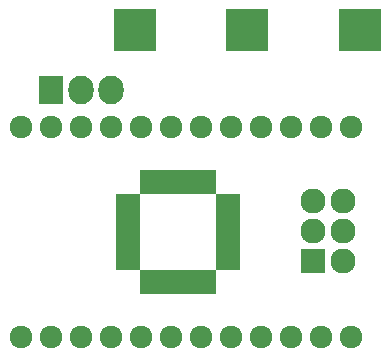
<source format=gbs>
G04 #@! TF.FileFunction,Soldermask,Bot*
%FSLAX46Y46*%
G04 Gerber Fmt 4.6, Leading zero omitted, Abs format (unit mm)*
G04 Created by KiCad (PCBNEW 4.0.1-3.201512221402+6198~38~ubuntu14.04.1-stable) date Sun 07 Feb 2016 23:01:24 GMT*
%MOMM*%
G01*
G04 APERTURE LIST*
%ADD10C,0.100000*%
%ADD11R,0.950000X2.000000*%
%ADD12R,2.000000X0.950000*%
%ADD13R,2.127200X2.432000*%
%ADD14O,2.127200X2.432000*%
%ADD15C,1.924000*%
%ADD16R,3.600000X3.600000*%
%ADD17R,2.127200X2.127200*%
%ADD18O,2.127200X2.127200*%
G04 APERTURE END LIST*
D10*
D11*
X172460000Y-129735000D03*
X173260000Y-129735000D03*
X174060000Y-129735000D03*
X174860000Y-129735000D03*
X175660000Y-129735000D03*
X176460000Y-129735000D03*
X177260000Y-129735000D03*
X178060000Y-129735000D03*
D12*
X179510000Y-131185000D03*
X179510000Y-131985000D03*
X179510000Y-132785000D03*
X179510000Y-133585000D03*
X179510000Y-134385000D03*
X179510000Y-135185000D03*
X179510000Y-135985000D03*
X179510000Y-136785000D03*
D11*
X178060000Y-138235000D03*
X177260000Y-138235000D03*
X176460000Y-138235000D03*
X175660000Y-138235000D03*
X174860000Y-138235000D03*
X174060000Y-138235000D03*
X173260000Y-138235000D03*
X172460000Y-138235000D03*
D12*
X171010000Y-136785000D03*
X171010000Y-135985000D03*
X171010000Y-135185000D03*
X171010000Y-134385000D03*
X171010000Y-133585000D03*
X171010000Y-132785000D03*
X171010000Y-131985000D03*
X171010000Y-131185000D03*
D13*
X164465000Y-121920000D03*
D14*
X167005000Y-121920000D03*
X169545000Y-121920000D03*
D15*
X164465000Y-125095000D03*
X161925000Y-125095000D03*
X167005000Y-125095000D03*
X174625000Y-125095000D03*
X169545000Y-125095000D03*
X172085000Y-125095000D03*
X187325000Y-125095000D03*
X184785000Y-125095000D03*
X189865000Y-125095000D03*
X182245000Y-125095000D03*
X177165000Y-125095000D03*
X179705000Y-125095000D03*
X179705000Y-142875000D03*
X177165000Y-142875000D03*
X182245000Y-142875000D03*
X189865000Y-142875000D03*
X184785000Y-142875000D03*
X187325000Y-142875000D03*
X172085000Y-142875000D03*
X169545000Y-142875000D03*
X174625000Y-142875000D03*
X167005000Y-142875000D03*
X161925000Y-142875000D03*
X164465000Y-142875000D03*
D16*
X190627000Y-116840000D03*
X171577000Y-116840000D03*
X181102000Y-116840000D03*
D17*
X186690000Y-136398000D03*
D18*
X189230000Y-136398000D03*
X186690000Y-133858000D03*
X189230000Y-133858000D03*
X186690000Y-131318000D03*
X189230000Y-131318000D03*
M02*

</source>
